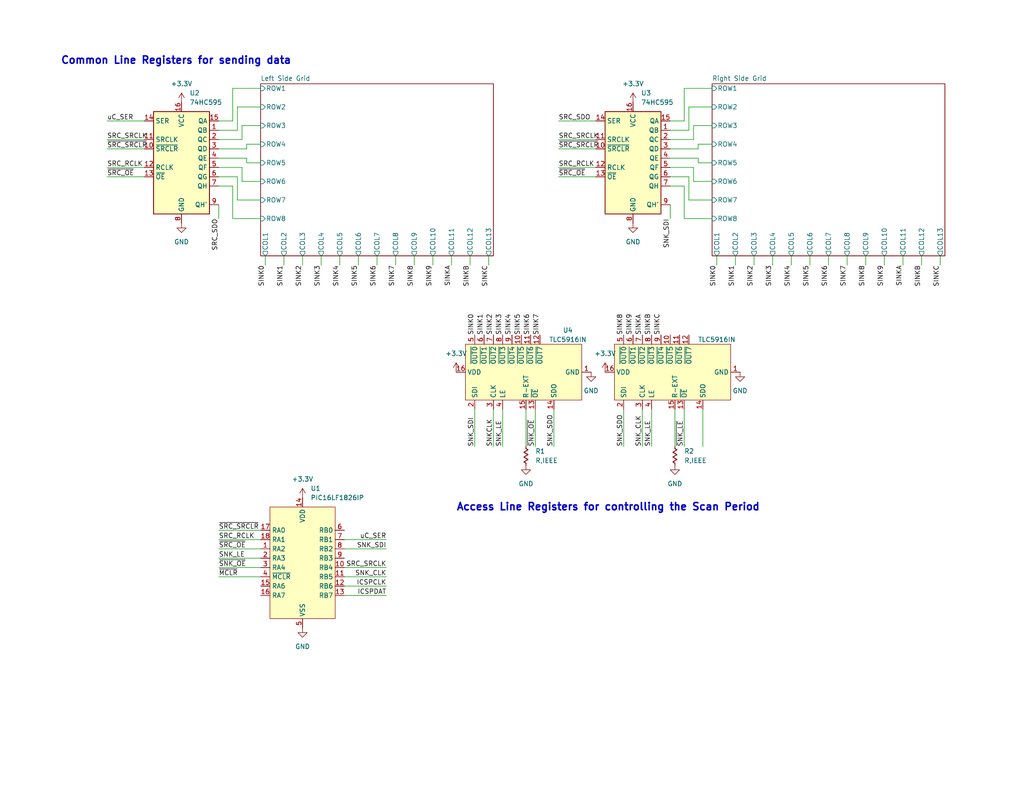
<source format=kicad_sch>
(kicad_sch (version 20230121) (generator eeschema)

  (uuid 3561b66f-c18d-40ce-99f3-6d5063d8913d)

  (paper "A")

  (title_block
    (title "Perf Board Clock")
    (date "10-24-2023")
  )

  (lib_symbols
    (symbol "74xx:74HC595" (in_bom yes) (on_board yes)
      (property "Reference" "U" (at -7.62 13.97 0)
        (effects (font (size 1.27 1.27)))
      )
      (property "Value" "74HC595" (at -7.62 -16.51 0)
        (effects (font (size 1.27 1.27)))
      )
      (property "Footprint" "" (at 0 0 0)
        (effects (font (size 1.27 1.27)) hide)
      )
      (property "Datasheet" "http://www.ti.com/lit/ds/symlink/sn74hc595.pdf" (at 0 0 0)
        (effects (font (size 1.27 1.27)) hide)
      )
      (property "ki_keywords" "HCMOS SR 3State" (at 0 0 0)
        (effects (font (size 1.27 1.27)) hide)
      )
      (property "ki_description" "8-bit serial in/out Shift Register 3-State Outputs" (at 0 0 0)
        (effects (font (size 1.27 1.27)) hide)
      )
      (property "ki_fp_filters" "DIP*W7.62mm* SOIC*3.9x9.9mm*P1.27mm* TSSOP*4.4x5mm*P0.65mm* SOIC*5.3x10.2mm*P1.27mm* SOIC*7.5x10.3mm*P1.27mm*" (at 0 0 0)
        (effects (font (size 1.27 1.27)) hide)
      )
      (symbol "74HC595_1_0"
        (pin tri_state line (at 10.16 7.62 180) (length 2.54)
          (name "QB" (effects (font (size 1.27 1.27))))
          (number "1" (effects (font (size 1.27 1.27))))
        )
        (pin input line (at -10.16 2.54 0) (length 2.54)
          (name "~{SRCLR}" (effects (font (size 1.27 1.27))))
          (number "10" (effects (font (size 1.27 1.27))))
        )
        (pin input line (at -10.16 5.08 0) (length 2.54)
          (name "SRCLK" (effects (font (size 1.27 1.27))))
          (number "11" (effects (font (size 1.27 1.27))))
        )
        (pin input line (at -10.16 -2.54 0) (length 2.54)
          (name "RCLK" (effects (font (size 1.27 1.27))))
          (number "12" (effects (font (size 1.27 1.27))))
        )
        (pin input line (at -10.16 -5.08 0) (length 2.54)
          (name "~{OE}" (effects (font (size 1.27 1.27))))
          (number "13" (effects (font (size 1.27 1.27))))
        )
        (pin input line (at -10.16 10.16 0) (length 2.54)
          (name "SER" (effects (font (size 1.27 1.27))))
          (number "14" (effects (font (size 1.27 1.27))))
        )
        (pin tri_state line (at 10.16 10.16 180) (length 2.54)
          (name "QA" (effects (font (size 1.27 1.27))))
          (number "15" (effects (font (size 1.27 1.27))))
        )
        (pin power_in line (at 0 15.24 270) (length 2.54)
          (name "VCC" (effects (font (size 1.27 1.27))))
          (number "16" (effects (font (size 1.27 1.27))))
        )
        (pin tri_state line (at 10.16 5.08 180) (length 2.54)
          (name "QC" (effects (font (size 1.27 1.27))))
          (number "2" (effects (font (size 1.27 1.27))))
        )
        (pin tri_state line (at 10.16 2.54 180) (length 2.54)
          (name "QD" (effects (font (size 1.27 1.27))))
          (number "3" (effects (font (size 1.27 1.27))))
        )
        (pin tri_state line (at 10.16 0 180) (length 2.54)
          (name "QE" (effects (font (size 1.27 1.27))))
          (number "4" (effects (font (size 1.27 1.27))))
        )
        (pin tri_state line (at 10.16 -2.54 180) (length 2.54)
          (name "QF" (effects (font (size 1.27 1.27))))
          (number "5" (effects (font (size 1.27 1.27))))
        )
        (pin tri_state line (at 10.16 -5.08 180) (length 2.54)
          (name "QG" (effects (font (size 1.27 1.27))))
          (number "6" (effects (font (size 1.27 1.27))))
        )
        (pin tri_state line (at 10.16 -7.62 180) (length 2.54)
          (name "QH" (effects (font (size 1.27 1.27))))
          (number "7" (effects (font (size 1.27 1.27))))
        )
        (pin power_in line (at 0 -17.78 90) (length 2.54)
          (name "GND" (effects (font (size 1.27 1.27))))
          (number "8" (effects (font (size 1.27 1.27))))
        )
        (pin output line (at 10.16 -12.7 180) (length 2.54)
          (name "QH'" (effects (font (size 1.27 1.27))))
          (number "9" (effects (font (size 1.27 1.27))))
        )
      )
      (symbol "74HC595_1_1"
        (rectangle (start -7.62 12.7) (end 7.62 -15.24)
          (stroke (width 0.254) (type default))
          (fill (type background))
        )
      )
    )
    (symbol "PCM_4ms_Power-symbol:GND" (power) (pin_names (offset 0)) (in_bom yes) (on_board yes)
      (property "Reference" "#PWR" (at 0 -6.35 0)
        (effects (font (size 1.27 1.27)) hide)
      )
      (property "Value" "GND" (at 0 -3.81 0)
        (effects (font (size 1.27 1.27)))
      )
      (property "Footprint" "" (at 0 0 0)
        (effects (font (size 1.27 1.27)) hide)
      )
      (property "Datasheet" "" (at 0 0 0)
        (effects (font (size 1.27 1.27)) hide)
      )
      (symbol "GND_0_1"
        (polyline
          (pts
            (xy 0 0)
            (xy 0 -1.27)
            (xy 1.27 -1.27)
            (xy 0 -2.54)
            (xy -1.27 -1.27)
            (xy 0 -1.27)
          )
          (stroke (width 0) (type default))
          (fill (type none))
        )
      )
      (symbol "GND_1_1"
        (pin power_in line (at 0 0 270) (length 0) hide
          (name "GND" (effects (font (size 1.27 1.27))))
          (number "1" (effects (font (size 1.27 1.27))))
        )
      )
    )
    (symbol "PCM_Generic-50:R,IEEE" (pin_numbers hide) (pin_names (offset 0) hide) (in_bom yes) (on_board yes)
      (property "Reference" "R" (at 1.27 1.27 0)
        (effects (font (size 1.27 1.27)) (justify left))
      )
      (property "Value" "R,IEEE" (at 1.27 -1.27 0)
        (effects (font (size 1.27 1.27)) (justify left))
      )
      (property "Footprint" "" (at 0 0 0)
        (effects (font (size 2.54 2.54)) hide)
      )
      (property "Datasheet" "" (at 0 0 0)
        (effects (font (size 2.54 2.54)) hide)
      )
      (property "Indicator" "+" (at -1.27 1.27 0)
        (effects (font (size 0.635 0.635)) hide)
      )
      (property "ki_keywords" "R res resistor IEEE zigzag" (at 0 0 0)
        (effects (font (size 1.27 1.27)) hide)
      )
      (property "ki_description" "resistor (IEEE zigzag)" (at 0 0 0)
        (effects (font (size 1.27 1.27)) hide)
      )
      (symbol "R,IEEE_1_1"
        (polyline
          (pts
            (xy 0 1.9812)
            (xy 0.5588 1.651)
            (xy -0.5588 0.9906)
            (xy 0.5588 0.3302)
            (xy -0.5588 -0.3302)
            (xy 0.5588 -0.9906)
            (xy -0.5588 -1.651)
            (xy 0 -1.9812)
          )
          (stroke (width 0.254) (type default))
          (fill (type none))
        )
        (pin passive line (at 0 2.54 270) (length 0.5588)
          (name "+" (effects (font (size 0.635 0.635))))
          (number "1" (effects (font (size 0.9144 0.9144))))
        )
        (pin passive line (at 0 -2.54 90) (length 0.5588)
          (name "-" (effects (font (size 0.635 0.635))))
          (number "2" (effects (font (size 0.9144 0.9144))))
        )
      )
    )
    (symbol "PIC16LF1826IP:PIC16LF1826IP" (in_bom yes) (on_board yes)
      (property "Reference" "U" (at 13.97 36.83 0)
        (effects (font (size 1.27 1.27)) (justify left))
      )
      (property "Value" "PIC16LF1826IP" (at 13.97 34.29 0)
        (effects (font (size 1.27 1.27)) (justify left))
      )
      (property "Footprint" "Package_DIP:DIP-18_W7.62mm" (at -16.51 -8.89 0)
        (effects (font (size 1.27 1.27)) hide)
      )
      (property "Datasheet" "https://ww1.microchip.com/downloads/en/DeviceDoc/41391D.pdf" (at 0 -11.43 0)
        (effects (font (size 1.27 1.27)) hide)
      )
      (symbol "PIC16LF1826IP_1_1"
        (rectangle (start 0 30.48) (end 17.78 0)
          (stroke (width 0) (type default))
          (fill (type background))
        )
        (pin bidirectional line (at -2.54 19.05 0) (length 2.54)
          (name "RA2" (effects (font (size 1.27 1.27))))
          (number "1" (effects (font (size 1.27 1.27))))
        )
        (pin bidirectional line (at 20.32 13.97 180) (length 2.54)
          (name "RB4" (effects (font (size 1.27 1.27))))
          (number "10" (effects (font (size 1.27 1.27))))
        )
        (pin bidirectional line (at 20.32 11.43 180) (length 2.54)
          (name "RB5" (effects (font (size 1.27 1.27))))
          (number "11" (effects (font (size 1.27 1.27))))
        )
        (pin bidirectional line (at 20.32 8.89 180) (length 2.54)
          (name "RB6" (effects (font (size 1.27 1.27))))
          (number "12" (effects (font (size 1.27 1.27))))
        )
        (pin bidirectional line (at 20.32 6.35 180) (length 2.54)
          (name "RB7" (effects (font (size 1.27 1.27))))
          (number "13" (effects (font (size 1.27 1.27))))
        )
        (pin input line (at 8.89 33.02 270) (length 2.54)
          (name "VDD" (effects (font (size 1.27 1.27))))
          (number "14" (effects (font (size 1.27 1.27))))
        )
        (pin bidirectional line (at -2.54 8.89 0) (length 2.54)
          (name "RA6" (effects (font (size 1.27 1.27))))
          (number "15" (effects (font (size 1.27 1.27))))
        )
        (pin bidirectional line (at -2.54 6.35 0) (length 2.54)
          (name "RA7" (effects (font (size 1.27 1.27))))
          (number "16" (effects (font (size 1.27 1.27))))
        )
        (pin bidirectional line (at -2.54 24.13 0) (length 2.54)
          (name "RA0" (effects (font (size 1.27 1.27))))
          (number "17" (effects (font (size 1.27 1.27))))
        )
        (pin bidirectional line (at -2.54 21.59 0) (length 2.54)
          (name "RA1" (effects (font (size 1.27 1.27))))
          (number "18" (effects (font (size 1.27 1.27))))
        )
        (pin bidirectional line (at -2.54 16.51 0) (length 2.54)
          (name "RA3" (effects (font (size 1.27 1.27))))
          (number "2" (effects (font (size 1.27 1.27))))
        )
        (pin bidirectional line (at -2.54 13.97 0) (length 2.54)
          (name "RA4" (effects (font (size 1.27 1.27))))
          (number "3" (effects (font (size 1.27 1.27))))
        )
        (pin bidirectional line (at -2.54 11.43 0) (length 2.54)
          (name "~{MCLR}" (effects (font (size 1.27 1.27))))
          (number "4" (effects (font (size 1.27 1.27))))
        )
        (pin input line (at 8.89 -2.54 90) (length 2.54)
          (name "VSS" (effects (font (size 1.27 1.27))))
          (number "5" (effects (font (size 1.27 1.27))))
        )
        (pin bidirectional line (at 20.32 24.13 180) (length 2.54)
          (name "RB0" (effects (font (size 1.27 1.27))))
          (number "6" (effects (font (size 1.27 1.27))))
        )
        (pin bidirectional line (at 20.32 21.59 180) (length 2.54)
          (name "RB1" (effects (font (size 1.27 1.27))))
          (number "7" (effects (font (size 1.27 1.27))))
        )
        (pin bidirectional line (at 20.32 19.05 180) (length 2.54)
          (name "RB2" (effects (font (size 1.27 1.27))))
          (number "8" (effects (font (size 1.27 1.27))))
        )
        (pin bidirectional line (at 20.32 16.51 180) (length 2.54)
          (name "RB3" (effects (font (size 1.27 1.27))))
          (number "9" (effects (font (size 1.27 1.27))))
        )
      )
    )
    (symbol "TLC5916IN:TLC5916IN" (in_bom yes) (on_board yes)
      (property "Reference" "U" (at 10.16 17.78 0)
        (effects (font (size 1.27 1.27)) (justify left))
      )
      (property "Value" "TLC5916IN" (at 10.16 15.24 0)
        (effects (font (size 1.27 1.27)) (justify left))
      )
      (property "Footprint" "Package_DIP:DIP-16_W7.62mm" (at -44.45 -20.32 0)
        (effects (font (size 1.27 1.27)) hide)
      )
      (property "Datasheet" "https://www.ti.com/lit/ds/symlink/tlc5916.pdf?HQS=dis-dk-null-digikeymode-dsf-pf-null-wwe&ts=1697344230079&ref_url=https%253A%252F%252Fwww.ti.com%252Fgeneral%252Fdocs%252Fsuppproductinfo.tsp%253FdistId%253D10%2526gotoUrl%253Dhttps%253A%252F%252Fwww.ti.com%252Flit%252Fgpn%252Ftlc5916" (at 7.62 -29.21 0)
        (effects (font (size 1.27 1.27)) hide)
      )
      (property "ki_description" "8-bit sink LED driver. " (at 0 0 0)
        (effects (font (size 1.27 1.27)) hide)
      )
      (symbol "TLC5916IN_1_1"
        (rectangle (start 0 12.7) (end 15.24 -19.05)
          (stroke (width 0) (type default))
          (fill (type background))
        )
        (pin input line (at 7.62 -21.59 90) (length 2.54)
          (name "GND" (effects (font (size 1.27 1.27))))
          (number "1" (effects (font (size 1.27 1.27))))
        )
        (pin input line (at 17.78 -2.54 180) (length 2.54)
          (name "~{OUT5}" (effects (font (size 1.27 1.27))))
          (number "10" (effects (font (size 1.27 1.27))))
        )
        (pin input line (at 17.78 -5.08 180) (length 2.54)
          (name "~{OUT6}" (effects (font (size 1.27 1.27))))
          (number "11" (effects (font (size 1.27 1.27))))
        )
        (pin input line (at 17.78 -7.62 180) (length 2.54)
          (name "~{OUT7}" (effects (font (size 1.27 1.27))))
          (number "12" (effects (font (size 1.27 1.27))))
        )
        (pin input line (at -2.54 -6.35 0) (length 2.54)
          (name "~{OE}" (effects (font (size 1.27 1.27))))
          (number "13" (effects (font (size 1.27 1.27))))
        )
        (pin input line (at -2.54 -11.43 0) (length 2.54)
          (name "SDO" (effects (font (size 1.27 1.27))))
          (number "14" (effects (font (size 1.27 1.27))))
        )
        (pin input line (at -2.54 -3.81 0) (length 2.54)
          (name "R-EXT" (effects (font (size 1.27 1.27))))
          (number "15" (effects (font (size 1.27 1.27))))
        )
        (pin input line (at 7.62 15.24 270) (length 2.54)
          (name "VDD" (effects (font (size 1.27 1.27))))
          (number "16" (effects (font (size 1.27 1.27))))
        )
        (pin input line (at -2.54 10.16 0) (length 2.54)
          (name "SDI" (effects (font (size 1.27 1.27))))
          (number "2" (effects (font (size 1.27 1.27))))
        )
        (pin input line (at -2.54 5.08 0) (length 2.54)
          (name "CLK" (effects (font (size 1.27 1.27))))
          (number "3" (effects (font (size 1.27 1.27))))
        )
        (pin input line (at -2.54 2.54 0) (length 2.54)
          (name "LE" (effects (font (size 1.27 1.27))))
          (number "4" (effects (font (size 1.27 1.27))))
        )
        (pin input line (at 17.78 10.16 180) (length 2.54)
          (name "~{OUT0}" (effects (font (size 1.27 1.27))))
          (number "5" (effects (font (size 1.27 1.27))))
        )
        (pin input line (at 17.78 7.62 180) (length 2.54)
          (name "~{OUT1}" (effects (font (size 1.27 1.27))))
          (number "6" (effects (font (size 1.27 1.27))))
        )
        (pin input line (at 17.78 5.08 180) (length 2.54)
          (name "~{OUT2}" (effects (font (size 1.27 1.27))))
          (number "7" (effects (font (size 1.27 1.27))))
        )
        (pin input line (at 17.78 2.54 180) (length 2.54)
          (name "~{OUT3}" (effects (font (size 1.27 1.27))))
          (number "8" (effects (font (size 1.27 1.27))))
        )
        (pin input line (at 17.78 0 180) (length 2.54)
          (name "~{OUT4}" (effects (font (size 1.27 1.27))))
          (number "9" (effects (font (size 1.27 1.27))))
        )
      )
    )
    (symbol "power:+3.3V" (power) (pin_names (offset 0)) (in_bom yes) (on_board yes)
      (property "Reference" "#PWR" (at 0 -3.81 0)
        (effects (font (size 1.27 1.27)) hide)
      )
      (property "Value" "+3.3V" (at 0 3.556 0)
        (effects (font (size 1.27 1.27)))
      )
      (property "Footprint" "" (at 0 0 0)
        (effects (font (size 1.27 1.27)) hide)
      )
      (property "Datasheet" "" (at 0 0 0)
        (effects (font (size 1.27 1.27)) hide)
      )
      (property "ki_keywords" "global power" (at 0 0 0)
        (effects (font (size 1.27 1.27)) hide)
      )
      (property "ki_description" "Power symbol creates a global label with name \"+3.3V\"" (at 0 0 0)
        (effects (font (size 1.27 1.27)) hide)
      )
      (symbol "+3.3V_0_1"
        (polyline
          (pts
            (xy -0.762 1.27)
            (xy 0 2.54)
          )
          (stroke (width 0) (type default))
          (fill (type none))
        )
        (polyline
          (pts
            (xy 0 0)
            (xy 0 2.54)
          )
          (stroke (width 0) (type default))
          (fill (type none))
        )
        (polyline
          (pts
            (xy 0 2.54)
            (xy 0.762 1.27)
          )
          (stroke (width 0) (type default))
          (fill (type none))
        )
      )
      (symbol "+3.3V_1_1"
        (pin power_in line (at 0 0 90) (length 0) hide
          (name "+3.3V" (effects (font (size 1.27 1.27))))
          (number "1" (effects (font (size 1.27 1.27))))
        )
      )
    )
  )


  (wire (pts (xy 152.4 38.1) (xy 162.56 38.1))
    (stroke (width 0) (type default))
    (uuid 00b3210c-5a5f-4bc3-b3d1-f31c5722f352)
  )
  (wire (pts (xy 102.87 69.85) (xy 102.87 72.39))
    (stroke (width 0) (type default))
    (uuid 0483f3a7-5c4b-4b4e-a9f4-d990cdd7cf19)
  )
  (wire (pts (xy 63.5 24.13) (xy 71.12 24.13))
    (stroke (width 0) (type default))
    (uuid 05990c71-9564-44b3-81d4-0e623770bc7d)
  )
  (wire (pts (xy 175.26 111.76) (xy 175.26 121.92))
    (stroke (width 0) (type default))
    (uuid 05cfd799-669f-4681-a467-15b210b2d76a)
  )
  (wire (pts (xy 182.88 48.26) (xy 187.96 48.26))
    (stroke (width 0) (type default))
    (uuid 06144d69-5336-41d1-aa31-360d7ce33a05)
  )
  (wire (pts (xy 189.23 38.1) (xy 189.23 34.29))
    (stroke (width 0) (type default))
    (uuid 07300497-cd2b-463f-ad42-5ae1f880e66b)
  )
  (wire (pts (xy 182.88 45.72) (xy 189.23 45.72))
    (stroke (width 0) (type default))
    (uuid 0907990f-c8f7-4941-99cd-0128377bbbf4)
  )
  (wire (pts (xy 67.31 43.18) (xy 67.31 44.45))
    (stroke (width 0) (type default))
    (uuid 0b1f8fc0-d33d-417b-9376-67465fdee395)
  )
  (wire (pts (xy 64.77 54.61) (xy 71.12 54.61))
    (stroke (width 0) (type default))
    (uuid 0efec31c-bc0a-428c-bbc3-676f6014af03)
  )
  (wire (pts (xy 152.4 40.64) (xy 162.56 40.64))
    (stroke (width 0) (type default))
    (uuid 113f2c11-7013-41e2-89e0-ab4b55c130d6)
  )
  (wire (pts (xy 191.77 111.76) (xy 191.77 121.92))
    (stroke (width 0) (type default))
    (uuid 1452c20d-8c43-4a92-bcf8-c87c50f28643)
  )
  (wire (pts (xy 210.82 69.85) (xy 210.82 72.39))
    (stroke (width 0) (type default))
    (uuid 15501e60-736a-4304-90eb-ec1248ea6dd3)
  )
  (wire (pts (xy 29.21 38.1) (xy 39.37 38.1))
    (stroke (width 0) (type default))
    (uuid 1f75f04b-6c6c-4d6c-9940-29112aa6e51b)
  )
  (wire (pts (xy 63.5 33.02) (xy 63.5 24.13))
    (stroke (width 0) (type default))
    (uuid 25f7c348-e965-4e4c-9278-de2527bf4b83)
  )
  (wire (pts (xy 93.98 160.02) (xy 105.41 160.02))
    (stroke (width 0) (type default))
    (uuid 26b96d5e-4ed1-4885-8136-60bbcdc64ffa)
  )
  (wire (pts (xy 67.31 44.45) (xy 71.12 44.45))
    (stroke (width 0) (type default))
    (uuid 2d40cf20-67ac-43e7-aa3e-dcdd72ba3e94)
  )
  (wire (pts (xy 93.98 157.48) (xy 105.41 157.48))
    (stroke (width 0) (type default))
    (uuid 2d85130f-cefe-49d7-a647-377925d936a1)
  )
  (wire (pts (xy 152.4 45.72) (xy 162.56 45.72))
    (stroke (width 0) (type default))
    (uuid 2f1a3cab-2db4-47d8-835a-cff0462c83b6)
  )
  (wire (pts (xy 215.9 69.85) (xy 215.9 72.39))
    (stroke (width 0) (type default))
    (uuid 2f38909e-93d5-4640-9d75-1541e04aaadd)
  )
  (wire (pts (xy 87.63 69.85) (xy 87.63 72.39))
    (stroke (width 0) (type default))
    (uuid 3417e0e0-fd11-4964-aa57-2dc5a9b85d63)
  )
  (wire (pts (xy 59.69 152.4) (xy 71.12 152.4))
    (stroke (width 0) (type default))
    (uuid 34b1d47c-c216-45a5-b297-af505b5ff047)
  )
  (wire (pts (xy 118.11 69.85) (xy 118.11 72.39))
    (stroke (width 0) (type default))
    (uuid 353cc203-2c8b-48a6-b6de-f0628308d186)
  )
  (wire (pts (xy 59.69 40.64) (xy 67.31 40.64))
    (stroke (width 0) (type default))
    (uuid 37b5ba93-90d3-4cd9-94d4-5372d0c87a47)
  )
  (wire (pts (xy 59.69 59.69) (xy 59.69 55.88))
    (stroke (width 0) (type default))
    (uuid 3895b24f-4b9b-44ca-80dc-9abc2be33a6a)
  )
  (wire (pts (xy 187.96 29.21) (xy 194.31 29.21))
    (stroke (width 0) (type default))
    (uuid 3bfac2ee-7fa4-4993-8e36-caec00406b27)
  )
  (wire (pts (xy 236.22 69.85) (xy 236.22 72.39))
    (stroke (width 0) (type default))
    (uuid 3dc82525-4053-4252-831e-39e27512e970)
  )
  (wire (pts (xy 177.8 111.76) (xy 177.8 121.92))
    (stroke (width 0) (type default))
    (uuid 3e10f170-cb78-4020-a2ba-cb62899a7af6)
  )
  (wire (pts (xy 170.18 111.76) (xy 170.18 121.92))
    (stroke (width 0) (type default))
    (uuid 427befa3-16b6-4189-aa56-357ed2853e16)
  )
  (wire (pts (xy 129.54 111.76) (xy 129.54 121.92))
    (stroke (width 0) (type default))
    (uuid 494abfa5-49d5-485d-bb4b-65961db2ccf9)
  )
  (wire (pts (xy 93.98 162.56) (xy 105.41 162.56))
    (stroke (width 0) (type default))
    (uuid 4ca4afae-f057-416a-9a1e-63a0d6977b94)
  )
  (wire (pts (xy 123.19 69.85) (xy 123.19 72.39))
    (stroke (width 0) (type default))
    (uuid 4db2095e-ea63-41fb-872a-e3377e6f59de)
  )
  (wire (pts (xy 187.96 48.26) (xy 187.96 54.61))
    (stroke (width 0) (type default))
    (uuid 4dc1ed52-b7c9-4b56-98ef-4aeb444885e9)
  )
  (wire (pts (xy 134.62 111.76) (xy 134.62 121.92))
    (stroke (width 0) (type default))
    (uuid 4fa74123-2e58-49a2-837a-801363e49cc4)
  )
  (wire (pts (xy 66.04 34.29) (xy 71.12 34.29))
    (stroke (width 0) (type default))
    (uuid 54e613d1-b4a4-411a-aa60-04ab2ca5d60a)
  )
  (wire (pts (xy 59.69 50.8) (xy 63.5 50.8))
    (stroke (width 0) (type default))
    (uuid 58ad7e15-0efe-48b3-b44a-b1e21910dbe2)
  )
  (wire (pts (xy 59.69 45.72) (xy 66.04 45.72))
    (stroke (width 0) (type default))
    (uuid 592c951a-c532-4151-8f68-05e58ae6eb77)
  )
  (wire (pts (xy 29.21 45.72) (xy 39.37 45.72))
    (stroke (width 0) (type default))
    (uuid 5b15d8ba-6e7b-43d0-bbfc-541b8c68aa9e)
  )
  (wire (pts (xy 182.88 40.64) (xy 190.5 40.64))
    (stroke (width 0) (type default))
    (uuid 5b3a0622-98a3-423b-973c-d0426c1cc3f6)
  )
  (wire (pts (xy 64.77 35.56) (xy 64.77 29.21))
    (stroke (width 0) (type default))
    (uuid 5b3c78dd-5ba1-4159-bd4f-44bec4dfb6b5)
  )
  (wire (pts (xy 59.69 154.94) (xy 71.12 154.94))
    (stroke (width 0) (type default))
    (uuid 5baf5469-25e6-4980-b5cb-e9221f575a56)
  )
  (wire (pts (xy 182.88 33.02) (xy 186.69 33.02))
    (stroke (width 0) (type default))
    (uuid 5bb62aaa-c4df-4662-8d79-789777c1bfa1)
  )
  (wire (pts (xy 152.4 33.02) (xy 162.56 33.02))
    (stroke (width 0) (type default))
    (uuid 5e0f327a-1cba-412c-91b5-ff0da99af6b1)
  )
  (wire (pts (xy 66.04 38.1) (xy 66.04 34.29))
    (stroke (width 0) (type default))
    (uuid 5edeb9a8-4c11-4748-937d-b7a9e33b18e4)
  )
  (wire (pts (xy 195.58 69.85) (xy 195.58 72.39))
    (stroke (width 0) (type default))
    (uuid 6101be83-5d52-42b6-b3a1-cd37a5a1ac0a)
  )
  (wire (pts (xy 59.69 33.02) (xy 63.5 33.02))
    (stroke (width 0) (type default))
    (uuid 63b0b09b-4ac9-4f3b-9838-4d2b9921cd60)
  )
  (wire (pts (xy 59.69 48.26) (xy 64.77 48.26))
    (stroke (width 0) (type default))
    (uuid 64d94c40-4f73-4f15-9491-365c5e7939b8)
  )
  (wire (pts (xy 182.88 59.69) (xy 182.88 55.88))
    (stroke (width 0) (type default))
    (uuid 699eb219-ff55-462b-8b72-bfa1771711b1)
  )
  (wire (pts (xy 251.46 69.85) (xy 251.46 72.39))
    (stroke (width 0) (type default))
    (uuid 6dd478ad-85ac-4a14-9238-4ed59f698d2c)
  )
  (wire (pts (xy 64.77 29.21) (xy 71.12 29.21))
    (stroke (width 0) (type default))
    (uuid 708286db-146f-441c-aa79-bc8465d30fe8)
  )
  (wire (pts (xy 187.96 35.56) (xy 187.96 29.21))
    (stroke (width 0) (type default))
    (uuid 7099fb3f-7c82-432e-af2a-d6528622be3a)
  )
  (wire (pts (xy 186.69 50.8) (xy 186.69 59.69))
    (stroke (width 0) (type default))
    (uuid 72cd8a8e-e92b-4f32-adc0-5c3e32890b20)
  )
  (wire (pts (xy 93.98 147.32) (xy 105.41 147.32))
    (stroke (width 0) (type default))
    (uuid 7546b109-3c06-4c86-ab72-edfe1b706f0b)
  )
  (wire (pts (xy 182.88 35.56) (xy 187.96 35.56))
    (stroke (width 0) (type default))
    (uuid 76492990-d0a9-40be-a606-7b4e4f810bf6)
  )
  (wire (pts (xy 189.23 34.29) (xy 194.31 34.29))
    (stroke (width 0) (type default))
    (uuid 77e4cfef-8b22-4a67-92b9-304706bb3439)
  )
  (wire (pts (xy 29.21 33.02) (xy 39.37 33.02))
    (stroke (width 0) (type default))
    (uuid 78a32669-846f-4361-ae10-89f66d59c50d)
  )
  (wire (pts (xy 93.98 154.94) (xy 105.41 154.94))
    (stroke (width 0) (type default))
    (uuid 79047e30-6ab3-400b-b71c-2377cdadbfa7)
  )
  (wire (pts (xy 184.15 111.76) (xy 184.15 121.92))
    (stroke (width 0) (type default))
    (uuid 792f8b10-48fa-4e90-a022-178e8b03b63c)
  )
  (wire (pts (xy 93.98 149.86) (xy 105.41 149.86))
    (stroke (width 0) (type default))
    (uuid 80ddeb7d-422c-4e8c-8311-cc2197a9eff6)
  )
  (wire (pts (xy 186.69 24.13) (xy 194.31 24.13))
    (stroke (width 0) (type default))
    (uuid 82163e61-1afe-45ad-bbc4-87affdd3de78)
  )
  (wire (pts (xy 146.05 111.76) (xy 146.05 121.92))
    (stroke (width 0) (type default))
    (uuid 839ce894-ee8d-426a-af19-626b13ffbe49)
  )
  (wire (pts (xy 59.69 147.32) (xy 71.12 147.32))
    (stroke (width 0) (type default))
    (uuid 8490c4fb-5d59-4d07-89b1-c5320252bb0b)
  )
  (wire (pts (xy 113.03 69.85) (xy 113.03 72.39))
    (stroke (width 0) (type default))
    (uuid 84bcf37e-3557-411d-8afb-1ab9b5c5ceb7)
  )
  (wire (pts (xy 186.69 59.69) (xy 194.31 59.69))
    (stroke (width 0) (type default))
    (uuid 8ab11ce9-0bd0-4c51-b647-380eae97d4db)
  )
  (wire (pts (xy 59.69 43.18) (xy 67.31 43.18))
    (stroke (width 0) (type default))
    (uuid 8aca285f-9878-49a4-a02d-e68f652446ff)
  )
  (wire (pts (xy 200.66 69.85) (xy 200.66 72.39))
    (stroke (width 0) (type default))
    (uuid 8caa3892-05d5-4e18-bbbd-f692e3a930c2)
  )
  (wire (pts (xy 143.51 111.76) (xy 143.51 121.92))
    (stroke (width 0) (type default))
    (uuid 8ef198dc-aa7d-444b-9c5f-bc83a1e9f9d0)
  )
  (wire (pts (xy 189.23 45.72) (xy 189.23 49.53))
    (stroke (width 0) (type default))
    (uuid 8ef682ab-d056-41f4-9ee3-f2d41b4fad20)
  )
  (wire (pts (xy 67.31 39.37) (xy 71.12 39.37))
    (stroke (width 0) (type default))
    (uuid 92f728f3-6e65-425e-92f6-5da077b46935)
  )
  (wire (pts (xy 186.69 111.76) (xy 186.69 121.92))
    (stroke (width 0) (type default))
    (uuid 9ceabdb2-45c3-4b15-9e59-9f6d0c952f9a)
  )
  (wire (pts (xy 137.16 111.76) (xy 137.16 121.92))
    (stroke (width 0) (type default))
    (uuid 9d96fa8e-b919-470f-9b33-0350f2b69257)
  )
  (wire (pts (xy 182.88 50.8) (xy 186.69 50.8))
    (stroke (width 0) (type default))
    (uuid a6f22e93-849f-415f-bae8-84d610969221)
  )
  (wire (pts (xy 246.38 69.85) (xy 246.38 72.39))
    (stroke (width 0) (type default))
    (uuid af49bd10-4fa3-4b22-983b-4e81c880f099)
  )
  (wire (pts (xy 182.88 43.18) (xy 190.5 43.18))
    (stroke (width 0) (type default))
    (uuid b07da580-a964-400c-b927-0ab59a6f8125)
  )
  (wire (pts (xy 29.21 40.64) (xy 39.37 40.64))
    (stroke (width 0) (type default))
    (uuid b23b8c0a-7042-4b96-b0bd-8ae87a7034da)
  )
  (wire (pts (xy 59.69 157.48) (xy 71.12 157.48))
    (stroke (width 0) (type default))
    (uuid b49a1dc7-41fc-43d3-b2c9-8b9689262dd2)
  )
  (wire (pts (xy 241.3 69.85) (xy 241.3 72.39))
    (stroke (width 0) (type default))
    (uuid b55e0f7f-7204-4353-b8f5-d57a4ab5f6d6)
  )
  (wire (pts (xy 82.55 69.85) (xy 82.55 72.39))
    (stroke (width 0) (type default))
    (uuid b6a6d5ff-9c61-49ed-99a6-c8c93055c18c)
  )
  (wire (pts (xy 151.13 111.76) (xy 151.13 121.92))
    (stroke (width 0) (type default))
    (uuid b785be30-2b65-44b0-8e4e-838219189fc0)
  )
  (wire (pts (xy 63.5 50.8) (xy 63.5 59.69))
    (stroke (width 0) (type default))
    (uuid b889a7c0-19f1-41af-b769-76333e86cff5)
  )
  (wire (pts (xy 190.5 43.18) (xy 190.5 44.45))
    (stroke (width 0) (type default))
    (uuid bcebfb12-ed40-4115-b42c-4367b052995c)
  )
  (wire (pts (xy 29.21 48.26) (xy 39.37 48.26))
    (stroke (width 0) (type default))
    (uuid c3ff99cb-ab07-438e-bd25-83839390e618)
  )
  (wire (pts (xy 205.74 69.85) (xy 205.74 72.39))
    (stroke (width 0) (type default))
    (uuid c56768df-6097-4a3a-ad7a-6ce16a1f0d25)
  )
  (wire (pts (xy 190.5 40.64) (xy 190.5 39.37))
    (stroke (width 0) (type default))
    (uuid c6555c22-58f7-4113-b181-7006f5d06160)
  )
  (wire (pts (xy 92.71 69.85) (xy 92.71 72.39))
    (stroke (width 0) (type default))
    (uuid c804a9ef-653e-4abc-99d8-68595eca7ff8)
  )
  (wire (pts (xy 67.31 40.64) (xy 67.31 39.37))
    (stroke (width 0) (type default))
    (uuid c9abad9a-864a-474d-8fe2-487abaa7206d)
  )
  (wire (pts (xy 59.69 144.78) (xy 71.12 144.78))
    (stroke (width 0) (type default))
    (uuid cbe556da-18bc-4896-be33-d94758fc8e42)
  )
  (wire (pts (xy 187.96 54.61) (xy 194.31 54.61))
    (stroke (width 0) (type default))
    (uuid cc3a6c01-1065-4378-9ca6-a72339ddb774)
  )
  (wire (pts (xy 97.79 69.85) (xy 97.79 72.39))
    (stroke (width 0) (type default))
    (uuid ccb43de2-cd79-405e-94cc-79907ca4151a)
  )
  (wire (pts (xy 63.5 59.69) (xy 71.12 59.69))
    (stroke (width 0) (type default))
    (uuid cd800e5a-5b91-462b-a4ff-031079bbcd06)
  )
  (wire (pts (xy 256.54 69.85) (xy 256.54 72.39))
    (stroke (width 0) (type default))
    (uuid cf960136-ca88-4e63-9657-958efbfbae83)
  )
  (wire (pts (xy 186.69 33.02) (xy 186.69 24.13))
    (stroke (width 0) (type default))
    (uuid d0299a64-cc60-442e-910b-7dcf18dafba4)
  )
  (wire (pts (xy 59.69 35.56) (xy 64.77 35.56))
    (stroke (width 0) (type default))
    (uuid d106b45a-ec3b-415f-a0a5-d7a86348ecbc)
  )
  (wire (pts (xy 133.35 69.85) (xy 133.35 72.39))
    (stroke (width 0) (type default))
    (uuid d25e7d85-9b75-4756-8d3f-76f7cedb61e1)
  )
  (wire (pts (xy 59.69 38.1) (xy 66.04 38.1))
    (stroke (width 0) (type default))
    (uuid d3e6932e-2a65-45f8-95e1-0e7bf0756fee)
  )
  (wire (pts (xy 226.06 69.85) (xy 226.06 72.39))
    (stroke (width 0) (type default))
    (uuid d40bac7e-daa3-46f6-b71e-1e59bafed4cc)
  )
  (wire (pts (xy 77.47 69.85) (xy 77.47 72.39))
    (stroke (width 0) (type default))
    (uuid d65787eb-90ca-4274-8778-d114a7d1ac14)
  )
  (wire (pts (xy 128.27 69.85) (xy 128.27 72.39))
    (stroke (width 0) (type default))
    (uuid d805422d-99f5-4eeb-ab33-78a30f0cf463)
  )
  (wire (pts (xy 64.77 48.26) (xy 64.77 54.61))
    (stroke (width 0) (type default))
    (uuid dc9ae56d-7025-4398-8369-786444ea3c34)
  )
  (wire (pts (xy 66.04 49.53) (xy 71.12 49.53))
    (stroke (width 0) (type default))
    (uuid df3c294c-8eea-407e-983f-e024461086fc)
  )
  (wire (pts (xy 190.5 44.45) (xy 194.31 44.45))
    (stroke (width 0) (type default))
    (uuid e2be41f6-5320-403e-b1ac-ebc1305cac81)
  )
  (wire (pts (xy 152.4 48.26) (xy 162.56 48.26))
    (stroke (width 0) (type default))
    (uuid e32d0d82-3ac1-45f8-b366-a51835d0a001)
  )
  (wire (pts (xy 59.69 149.86) (xy 71.12 149.86))
    (stroke (width 0) (type default))
    (uuid e8791c7c-f1f6-4250-8592-6410cff97626)
  )
  (wire (pts (xy 182.88 38.1) (xy 189.23 38.1))
    (stroke (width 0) (type default))
    (uuid ecc98378-c8ad-444c-96f9-023b2d9bacd8)
  )
  (wire (pts (xy 220.98 69.85) (xy 220.98 72.39))
    (stroke (width 0) (type default))
    (uuid ed499fc3-8ddd-42c7-858e-cf9c57d4f0b7)
  )
  (wire (pts (xy 190.5 39.37) (xy 194.31 39.37))
    (stroke (width 0) (type default))
    (uuid ef1a3de6-940f-46b4-918c-90292aa80b33)
  )
  (wire (pts (xy 72.39 69.85) (xy 72.39 72.39))
    (stroke (width 0) (type default))
    (uuid f0e06396-dcdd-4bd0-8c58-52a7d28d75fd)
  )
  (wire (pts (xy 231.14 69.85) (xy 231.14 72.39))
    (stroke (width 0) (type default))
    (uuid f1cc3271-787b-4fa8-89f1-8180026fc152)
  )
  (wire (pts (xy 189.23 49.53) (xy 194.31 49.53))
    (stroke (width 0) (type default))
    (uuid f5616615-f339-4f85-8a47-a129edfbe0c4)
  )
  (wire (pts (xy 66.04 45.72) (xy 66.04 49.53))
    (stroke (width 0) (type default))
    (uuid f9b1d686-9181-4d00-8396-314d597ed0b3)
  )
  (wire (pts (xy 107.95 69.85) (xy 107.95 72.39))
    (stroke (width 0) (type default))
    (uuid faad166d-f259-47b7-a71d-57f189c91ce1)
  )

  (text "Common Line Registers for sending data" (at 16.51 17.78 0)
    (effects (font (size 2 2) (thickness 0.4) bold) (justify left bottom))
    (uuid 1bcfd6ec-a0ba-4034-afa1-c457619e67c0)
  )
  (text "Access Line Registers for controlling the Scan Period"
    (at 124.46 139.7 0)
    (effects (font (size 2 2) (thickness 0.4) bold) (justify left bottom))
    (uuid a06c1181-6508-49ef-b20e-f0a51646e413)
  )

  (label "SNK_SDO" (at 170.18 121.92 90) (fields_autoplaced)
    (effects (font (size 1.27 1.27)) (justify left bottom))
    (uuid 07590e68-a041-43c9-8987-0c9ceb192e64)
  )
  (label "~{SNK_LE}" (at 186.69 121.92 90) (fields_autoplaced)
    (effects (font (size 1.27 1.27)) (justify left bottom))
    (uuid 0885c86b-38c5-4733-a05c-8e80ce28d493)
  )
  (label "SINK9" (at 241.3 72.39 270) (fields_autoplaced)
    (effects (font (size 1.27 1.27)) (justify right bottom))
    (uuid 09915d23-eeaf-46d6-bce0-f74704e48a4a)
  )
  (label "SINK1" (at 132.08 91.44 90) (fields_autoplaced)
    (effects (font (size 1.27 1.27)) (justify left bottom))
    (uuid 0ad9fb01-f3f2-46bf-8561-da86ed199622)
  )
  (label "SINK1" (at 77.47 72.39 270) (fields_autoplaced)
    (effects (font (size 1.27 1.27)) (justify right bottom))
    (uuid 11aed21b-ae3b-491a-98bf-8bb31eebbb66)
  )
  (label "SNK_SDI" (at 105.41 149.86 180) (fields_autoplaced)
    (effects (font (size 1.27 1.27)) (justify right bottom))
    (uuid 1483a7cf-f484-4b5c-bfa3-dd91cd70cdbd)
  )
  (label "SINK2" (at 205.74 72.39 270) (fields_autoplaced)
    (effects (font (size 1.27 1.27)) (justify right bottom))
    (uuid 15d23210-f6f0-4688-90d5-07683a10f868)
  )
  (label "SNKCLK" (at 134.62 121.92 90) (fields_autoplaced)
    (effects (font (size 1.27 1.27)) (justify left bottom))
    (uuid 1e23bbb3-82f4-4d6e-a1eb-c4001e3a7d84)
  )
  (label "SINK4" (at 215.9 72.39 270) (fields_autoplaced)
    (effects (font (size 1.27 1.27)) (justify right bottom))
    (uuid 2567715f-082c-40c8-9d0c-6ffdde4940ff)
  )
  (label "SRC_SDO" (at 59.69 59.69 270) (fields_autoplaced)
    (effects (font (size 1.27 1.27)) (justify right bottom))
    (uuid 26f481f6-dddb-41f9-9c7a-9fd31ef540f7)
  )
  (label "ICSPDAT" (at 105.41 162.56 180) (fields_autoplaced)
    (effects (font (size 1.27 1.27)) (justify right bottom))
    (uuid 27afb64b-fd79-4019-bcbc-537e50885e22)
  )
  (label "SINK7" (at 231.14 72.39 270) (fields_autoplaced)
    (effects (font (size 1.27 1.27)) (justify right bottom))
    (uuid 314f3885-f17d-46ba-a611-f95043a7d62e)
  )
  (label "SRC_RCLK" (at 59.69 147.32 0) (fields_autoplaced)
    (effects (font (size 1.27 1.27)) (justify left bottom))
    (uuid 321690d6-5525-4484-8319-cc80d7ca96e7)
  )
  (label "SINKC" (at 133.35 72.39 270) (fields_autoplaced)
    (effects (font (size 1.27 1.27)) (justify right bottom))
    (uuid 351c46b0-3986-44ee-8c42-595482ff596f)
  )
  (label "SINK0" (at 195.58 72.39 270) (fields_autoplaced)
    (effects (font (size 1.27 1.27)) (justify right bottom))
    (uuid 4c7a5753-e028-46e2-83ea-76f672b74bb7)
  )
  (label "SINK6" (at 226.06 72.39 270) (fields_autoplaced)
    (effects (font (size 1.27 1.27)) (justify right bottom))
    (uuid 4dcca50b-0a92-4714-b5b0-36f728fc0e27)
  )
  (label "SINKB" (at 128.27 72.39 270) (fields_autoplaced)
    (effects (font (size 1.27 1.27)) (justify right bottom))
    (uuid 50962980-cc2f-4183-b259-967981c63414)
  )
  (label "SINK2" (at 134.62 91.44 90) (fields_autoplaced)
    (effects (font (size 1.27 1.27)) (justify left bottom))
    (uuid 5842054b-57d9-4aac-a5ae-8c2b7c5793e4)
  )
  (label "SNK_LE" (at 59.69 152.4 0) (fields_autoplaced)
    (effects (font (size 1.27 1.27)) (justify left bottom))
    (uuid 5a7caabd-5334-4adb-96b8-a182cd7a8f58)
  )
  (label "SNK_SDO" (at 151.13 121.92 90) (fields_autoplaced)
    (effects (font (size 1.27 1.27)) (justify left bottom))
    (uuid 5b9f9fa7-7cea-463a-a148-6d2271f2884a)
  )
  (label "SINK0" (at 72.39 72.39 270) (fields_autoplaced)
    (effects (font (size 1.27 1.27)) (justify right bottom))
    (uuid 5ddf0ae6-4af9-4555-91b6-25971d7df0db)
  )
  (label "SINK8" (at 113.03 72.39 270) (fields_autoplaced)
    (effects (font (size 1.27 1.27)) (justify right bottom))
    (uuid 6a0f8ffc-f424-4e50-9863-308229aad9c2)
  )
  (label "SINK3" (at 210.82 72.39 270) (fields_autoplaced)
    (effects (font (size 1.27 1.27)) (justify right bottom))
    (uuid 6cc47b30-f181-4283-8f72-c73f8a728d7f)
  )
  (label "SINK4" (at 92.71 72.39 270) (fields_autoplaced)
    (effects (font (size 1.27 1.27)) (justify right bottom))
    (uuid 75c857fa-b004-4ab7-9d27-43e49c08ed14)
  )
  (label "SINK4" (at 139.7 91.44 90) (fields_autoplaced)
    (effects (font (size 1.27 1.27)) (justify left bottom))
    (uuid 76f60a93-daf9-404d-80d8-89c19037bb0b)
  )
  (label "SINKA" (at 175.26 91.44 90) (fields_autoplaced)
    (effects (font (size 1.27 1.27)) (justify left bottom))
    (uuid 7bf040f8-9005-4136-8efd-929b38347184)
  )
  (label "SINKA" (at 123.19 72.39 270) (fields_autoplaced)
    (effects (font (size 1.27 1.27)) (justify right bottom))
    (uuid 7c152835-3e4a-4dbb-b088-767ebf663f30)
  )
  (label "~{SRC_OE}" (at 152.4 48.26 0) (fields_autoplaced)
    (effects (font (size 1.27 1.27)) (justify left bottom))
    (uuid 7cdab73b-4458-4221-a33c-8e36c7fe77ae)
  )
  (label "SINK0" (at 129.54 91.44 90) (fields_autoplaced)
    (effects (font (size 1.27 1.27)) (justify left bottom))
    (uuid 812f1264-3652-40af-bb3d-68ac41f29716)
  )
  (label "SRC_RCLK" (at 152.4 45.72 0) (fields_autoplaced)
    (effects (font (size 1.27 1.27)) (justify left bottom))
    (uuid 82dbc5cf-1946-44cb-83d6-f48161dd3f17)
  )
  (label "SINK8" (at 236.22 72.39 270) (fields_autoplaced)
    (effects (font (size 1.27 1.27)) (justify right bottom))
    (uuid 83ee040a-a0c2-4b67-9c74-8ac2831db038)
  )
  (label "SINKA" (at 246.38 72.39 270) (fields_autoplaced)
    (effects (font (size 1.27 1.27)) (justify right bottom))
    (uuid 87f8a04f-79f7-423f-87a5-e915b63edda6)
  )
  (label "SINK7" (at 107.95 72.39 270) (fields_autoplaced)
    (effects (font (size 1.27 1.27)) (justify right bottom))
    (uuid 884606c4-c591-4e06-9ab7-2f83a4d8197a)
  )
  (label "SINK1" (at 200.66 72.39 270) (fields_autoplaced)
    (effects (font (size 1.27 1.27)) (justify right bottom))
    (uuid 885a45cc-bf23-44e2-8d10-1832edbf6b9d)
  )
  (label "SINK3" (at 87.63 72.39 270) (fields_autoplaced)
    (effects (font (size 1.27 1.27)) (justify right bottom))
    (uuid 8f8604e7-d704-4a8f-bd79-19d2b2e81dec)
  )
  (label "SINK9" (at 118.11 72.39 270) (fields_autoplaced)
    (effects (font (size 1.27 1.27)) (justify right bottom))
    (uuid 9157d63c-4fe4-43db-bd9f-3698ebd581d0)
  )
  (label "SNK_SDI" (at 129.54 121.92 90) (fields_autoplaced)
    (effects (font (size 1.27 1.27)) (justify left bottom))
    (uuid 92852bfb-4554-45c6-89b7-d6e230ca3ec0)
  )
  (label "SNK_SDI" (at 182.88 59.69 270) (fields_autoplaced)
    (effects (font (size 1.27 1.27)) (justify right bottom))
    (uuid 969bc0a0-385a-4e63-ae3c-26ff0f325f1d)
  )
  (label "~{SNK_OE}" (at 59.69 154.94 0) (fields_autoplaced)
    (effects (font (size 1.27 1.27)) (justify left bottom))
    (uuid 976cf74a-03b5-4312-80dc-5117d089935f)
  )
  (label "SNK_LE" (at 177.8 121.92 90) (fields_autoplaced)
    (effects (font (size 1.27 1.27)) (justify left bottom))
    (uuid 9a7ce791-803b-4ba1-802c-e8fcbfaaec9d)
  )
  (label "SINK6" (at 102.87 72.39 270) (fields_autoplaced)
    (effects (font (size 1.27 1.27)) (justify right bottom))
    (uuid a333087b-8753-4495-9caf-305183db5529)
  )
  (label "uC_SER" (at 105.41 147.32 180) (fields_autoplaced)
    (effects (font (size 1.27 1.27)) (justify right bottom))
    (uuid a39d0994-29ce-4b42-a93c-2ab62665f9f6)
  )
  (label "SNK_CLK" (at 105.41 157.48 180) (fields_autoplaced)
    (effects (font (size 1.27 1.27)) (justify right bottom))
    (uuid a6f94095-5dde-450a-9746-8e10f0be97c0)
  )
  (label "SRC_SRCLK" (at 152.4 38.1 0) (fields_autoplaced)
    (effects (font (size 1.27 1.27)) (justify left bottom))
    (uuid a8abb328-8a77-41d3-b404-f536b91d5b15)
  )
  (label "ICSPCLK" (at 105.41 160.02 180) (fields_autoplaced)
    (effects (font (size 1.27 1.27)) (justify right bottom))
    (uuid ad200ae3-7633-4b57-bcc7-91fa51a984db)
  )
  (label "SINK7" (at 147.32 91.44 90) (fields_autoplaced)
    (effects (font (size 1.27 1.27)) (justify left bottom))
    (uuid afc912c0-ece9-4eee-a498-70f236adfa09)
  )
  (label "SNK_CLK" (at 175.26 121.92 90) (fields_autoplaced)
    (effects (font (size 1.27 1.27)) (justify left bottom))
    (uuid afcb45bf-ce24-4650-87c5-4195cc9bacdd)
  )
  (label "~{SRC_OE}" (at 59.69 149.86 0) (fields_autoplaced)
    (effects (font (size 1.27 1.27)) (justify left bottom))
    (uuid b263203a-783d-4e95-962d-db383237bb09)
  )
  (label "~{MCLR}" (at 59.69 157.48 0) (fields_autoplaced)
    (effects (font (size 1.27 1.27)) (justify left bottom))
    (uuid b466bdde-0b2b-4187-8962-4884fa57ae3b)
  )
  (label "SINKC" (at 256.54 72.39 270) (fields_autoplaced)
    (effects (font (size 1.27 1.27)) (justify right bottom))
    (uuid b60cd199-511b-4394-b46c-f75af119881f)
  )
  (label "SRC_SDO" (at 152.4 33.02 0) (fields_autoplaced)
    (effects (font (size 1.27 1.27)) (justify left bottom))
    (uuid b7ab72d2-eebf-4e77-b7d4-c4f3f9239842)
  )
  (label "SRC_RCLK" (at 29.21 45.72 0) (fields_autoplaced)
    (effects (font (size 1.27 1.27)) (justify left bottom))
    (uuid b81f46d0-08a8-493c-9c93-dd5c7ac5edc2)
  )
  (label "SINK8" (at 170.18 91.44 90) (fields_autoplaced)
    (effects (font (size 1.27 1.27)) (justify left bottom))
    (uuid bd20e8b9-7fa0-4a1b-9f6b-8df8d49c2f42)
  )
  (label "SRC_SRCLK" (at 29.21 38.1 0) (fields_autoplaced)
    (effects (font (size 1.27 1.27)) (justify left bottom))
    (uuid bdfcf746-a08c-477c-88f2-2decaf5c4a11)
  )
  (label "SINK9" (at 172.72 91.44 90) (fields_autoplaced)
    (effects (font (size 1.27 1.27)) (justify left bottom))
    (uuid c911f11e-b829-4e83-9cd5-1b4589efacc9)
  )
  (label "SINK6" (at 144.78 91.44 90) (fields_autoplaced)
    (effects (font (size 1.27 1.27)) (justify left bottom))
    (uuid ca94e9bf-e563-44c0-9a7f-126780df29d6)
  )
  (label "SINKC" (at 180.34 91.44 90) (fields_autoplaced)
    (effects (font (size 1.27 1.27)) (justify left bottom))
    (uuid cba209cf-bd9d-4914-adce-5293abf75ef0)
  )
  (label "SINK5" (at 220.98 72.39 270) (fields_autoplaced)
    (effects (font (size 1.27 1.27)) (justify right bottom))
    (uuid d4b7684c-a781-4710-897a-6ac6dc3bb51e)
  )
  (label "~{SRC_SRCLR}" (at 29.21 40.64 0) (fields_autoplaced)
    (effects (font (size 1.27 1.27)) (justify left bottom))
    (uuid d7833349-22c6-48cc-a269-c03e5dcf3ad1)
  )
  (label "SINK5" (at 142.24 91.44 90) (fields_autoplaced)
    (effects (font (size 1.27 1.27)) (justify left bottom))
    (uuid dffb9bcb-20cf-43b3-8bdb-82afcf7d6c21)
  )
  (label "uC_SER" (at 29.21 33.02 0) (fields_autoplaced)
    (effects (font (size 1.27 1.27)) (justify left bottom))
    (uuid e05f1cf4-6de5-4b3f-9a5e-351d95f5e9bb)
  )
  (label "~{SRC_SRCLR}" (at 59.69 144.78 0) (fields_autoplaced)
    (effects (font (size 1.27 1.27)) (justify left bottom))
    (uuid e1ebf511-a3a1-47f6-98ac-30447a4bb590)
  )
  (label "~{SNK_OE}" (at 146.05 121.92 90) (fields_autoplaced)
    (effects (font (size 1.27 1.27)) (justify left bottom))
    (uuid e2608048-f614-4671-ad3c-4c19c8b68d94)
  )
  (label "SINKB" (at 177.8 91.44 90) (fields_autoplaced)
    (effects (font (size 1.27 1.27)) (justify left bottom))
    (uuid e61d8e92-7ad9-4822-9624-373a63e0e261)
  )
  (label "SNK_LE" (at 137.16 121.92 90) (fields_autoplaced)
    (effects (font (size 1.27 1.27)) (justify left bottom))
    (uuid ed727088-8628-486d-8448-81e4a6b189cf)
  )
  (label "~{SRC_OE}" (at 29.21 48.26 0) (fields_autoplaced)
    (effects (font (size 1.27 1.27)) (justify left bottom))
    (uuid f01ea3f1-40aa-4a4b-894c-9f4471ab88c9)
  )
  (label "SINK5" (at 97.79 72.39 270) (fields_autoplaced)
    (effects (font (size 1.27 1.27)) (justify right bottom))
    (uuid f0446237-bf35-41dc-a51f-9990499b5d79)
  )
  (label "SINKB" (at 251.46 72.39 270) (fields_autoplaced)
    (effects (font (size 1.27 1.27)) (justify right bottom))
    (uuid f2d0920a-e7e9-42a8-99c5-9882e239271e)
  )
  (label "SRC_SRCLK" (at 105.41 154.94 180) (fields_autoplaced)
    (effects (font (size 1.27 1.27)) (justify right bottom))
    (uuid fbb1b2e9-039d-4741-8f7b-045874527578)
  )
  (label "~{SRC_SRCLR}" (at 152.4 40.64 0) (fields_autoplaced)
    (effects (font (size 1.27 1.27)) (justify left bottom))
    (uuid fdb0e591-3255-4fb9-810c-1f4ce3dfdac1)
  )
  (label "SINK2" (at 82.55 72.39 270) (fields_autoplaced)
    (effects (font (size 1.27 1.27)) (justify right bottom))
    (uuid ffaa877a-1008-4367-a6f0-11c0ae83d372)
  )
  (label "SINK3" (at 137.16 91.44 90) (fields_autoplaced)
    (effects (font (size 1.27 1.27)) (justify left bottom))
    (uuid ffd94b65-9aae-452c-a077-c6bd7ec20ccb)
  )

  (symbol (lib_id "power:+3.3V") (at 172.72 27.94 0) (unit 1)
    (in_bom yes) (on_board yes) (dnp no) (fields_autoplaced)
    (uuid 06e41b63-f255-4666-bc39-b52fa33f5421)
    (property "Reference" "#PWR02" (at 172.72 31.75 0)
      (effects (font (size 1.27 1.27)) hide)
    )
    (property "Value" "+3.3V" (at 172.72 22.86 0)
      (effects (font (size 1.27 1.27)))
    )
    (property "Footprint" "" (at 172.72 27.94 0)
      (effects (font (size 1.27 1.27)) hide)
    )
    (property "Datasheet" "" (at 172.72 27.94 0)
      (effects (font (size 1.27 1.27)) hide)
    )
    (pin "1" (uuid 174f2085-b676-4037-a037-96324ee15dd8))
    (instances
      (project "Perf Clock"
        (path "/3561b66f-c18d-40ce-99f3-6d5063d8913d"
          (reference "#PWR02") (unit 1)
        )
      )
    )
  )

  (symbol (lib_id "power:+3.3V") (at 49.53 27.94 0) (unit 1)
    (in_bom yes) (on_board yes) (dnp no) (fields_autoplaced)
    (uuid 09e70f23-375d-4c26-b79b-d7f9c270f851)
    (property "Reference" "#PWR01" (at 49.53 31.75 0)
      (effects (font (size 1.27 1.27)) hide)
    )
    (property "Value" "+3.3V" (at 49.53 22.86 0)
      (effects (font (size 1.27 1.27)))
    )
    (property "Footprint" "" (at 49.53 27.94 0)
      (effects (font (size 1.27 1.27)) hide)
    )
    (property "Datasheet" "" (at 49.53 27.94 0)
      (effects (font (size 1.27 1.27)) hide)
    )
    (pin "1" (uuid c2218bba-6d3b-42ab-89a9-cd6f185abad4))
    (instances
      (project "Perf Clock"
        (path "/3561b66f-c18d-40ce-99f3-6d5063d8913d"
          (reference "#PWR01") (unit 1)
        )
      )
    )
  )

  (symbol (lib_id "PCM_4ms_Power-symbol:GND") (at 184.15 127 0) (unit 1)
    (in_bom yes) (on_board yes) (dnp no) (fields_autoplaced)
    (uuid 12a8f241-2c41-49b6-8372-e8b03f7b1e15)
    (property "Reference" "#PWR010" (at 184.15 133.35 0)
      (effects (font (size 1.27 1.27)) hide)
    )
    (property "Value" "GND" (at 184.15 132.08 0)
      (effects (font (size 1.27 1.27)))
    )
    (property "Footprint" "" (at 184.15 127 0)
      (effects (font (size 1.27 1.27)) hide)
    )
    (property "Datasheet" "" (at 184.15 127 0)
      (effects (font (size 1.27 1.27)) hide)
    )
    (pin "1" (uuid bce78bda-5147-48c2-902b-5e1b3b841c6b))
    (instances
      (project "Perf Clock"
        (path "/3561b66f-c18d-40ce-99f3-6d5063d8913d"
          (reference "#PWR010") (unit 1)
        )
      )
    )
  )

  (symbol (lib_id "PCM_Generic-50:R,IEEE") (at 143.51 124.46 0) (unit 1)
    (in_bom yes) (on_board yes) (dnp no) (fields_autoplaced)
    (uuid 24ab85d1-6c5d-4e57-b6a6-551875fb19d5)
    (property "Reference" "R1" (at 146.05 123.19 0)
      (effects (font (size 1.27 1.27)) (justify left))
    )
    (property "Value" "R,IEEE" (at 146.05 125.73 0)
      (effects (font (size 1.27 1.27)) (justify left))
    )
    (property "Footprint" "" (at 143.51 124.46 0)
      (effects (font (size 2.54 2.54)) hide)
    )
    (property "Datasheet" "" (at 143.51 124.46 0)
      (effects (font (size 2.54 2.54)) hide)
    )
    (property "Indicator" "+" (at 142.24 123.19 0)
      (effects (font (size 0.635 0.635)) hide)
    )
    (pin "1" (uuid 736d191d-8342-45e2-b111-1c82b33ff869))
    (pin "2" (uuid c245784e-9e95-4eb0-8bb8-700660964f85))
    (instances
      (project "Perf Clock"
        (path "/3561b66f-c18d-40ce-99f3-6d5063d8913d"
          (reference "R1") (unit 1)
        )
      )
    )
  )

  (symbol (lib_id "PCM_4ms_Power-symbol:GND") (at 161.29 101.6 0) (unit 1)
    (in_bom yes) (on_board yes) (dnp no) (fields_autoplaced)
    (uuid 2db01e19-477c-40a4-869e-28fe2e6c344e)
    (property "Reference" "#PWR07" (at 161.29 107.95 0)
      (effects (font (size 1.27 1.27)) hide)
    )
    (property "Value" "GND" (at 161.29 106.68 0)
      (effects (font (size 1.27 1.27)))
    )
    (property "Footprint" "" (at 161.29 101.6 0)
      (effects (font (size 1.27 1.27)) hide)
    )
    (property "Datasheet" "" (at 161.29 101.6 0)
      (effects (font (size 1.27 1.27)) hide)
    )
    (pin "1" (uuid b4fa93b1-bd11-4370-9692-99769840ca9e))
    (instances
      (project "Perf Clock"
        (path "/3561b66f-c18d-40ce-99f3-6d5063d8913d"
          (reference "#PWR07") (unit 1)
        )
      )
    )
  )

  (symbol (lib_id "PCM_4ms_Power-symbol:GND") (at 143.51 127 0) (unit 1)
    (in_bom yes) (on_board yes) (dnp no) (fields_autoplaced)
    (uuid 54324060-f3be-4257-80ab-6b6267fec788)
    (property "Reference" "#PWR09" (at 143.51 133.35 0)
      (effects (font (size 1.27 1.27)) hide)
    )
    (property "Value" "GND" (at 143.51 132.08 0)
      (effects (font (size 1.27 1.27)))
    )
    (property "Footprint" "" (at 143.51 127 0)
      (effects (font (size 1.27 1.27)) hide)
    )
    (property "Datasheet" "" (at 143.51 127 0)
      (effects (font (size 1.27 1.27)) hide)
    )
    (pin "1" (uuid 2c1cb9da-6fd2-478b-b100-f718e4611d0f))
    (instances
      (project "Perf Clock"
        (path "/3561b66f-c18d-40ce-99f3-6d5063d8913d"
          (reference "#PWR09") (unit 1)
        )
      )
    )
  )

  (symbol (lib_id "PCM_Generic-50:R,IEEE") (at 184.15 124.46 0) (unit 1)
    (in_bom yes) (on_board yes) (dnp no) (fields_autoplaced)
    (uuid 61ad4d35-cf37-4db3-82f2-fe070814ab66)
    (property "Reference" "R2" (at 186.69 123.19 0)
      (effects (font (size 1.27 1.27)) (justify left))
    )
    (property "Value" "R,IEEE" (at 186.69 125.73 0)
      (effects (font (size 1.27 1.27)) (justify left))
    )
    (property "Footprint" "" (at 184.15 124.46 0)
      (effects (font (size 2.54 2.54)) hide)
    )
    (property "Datasheet" "" (at 184.15 124.46 0)
      (effects (font (size 2.54 2.54)) hide)
    )
    (property "Indicator" "+" (at 182.88 123.19 0)
      (effects (font (size 0.635 0.635)) hide)
    )
    (pin "1" (uuid 45900118-1b44-49c6-8c24-2238ec487efe))
    (pin "2" (uuid d84e5f64-8df3-4d96-8ec6-0164e3c95d5c))
    (instances
      (project "Perf Clock"
        (path "/3561b66f-c18d-40ce-99f3-6d5063d8913d"
          (reference "R2") (unit 1)
        )
      )
    )
  )

  (symbol (lib_id "power:+3.3V") (at 124.46 101.6 0) (unit 1)
    (in_bom yes) (on_board yes) (dnp no) (fields_autoplaced)
    (uuid 78a8b187-ea17-4a37-a1a7-21d51e9c9f63)
    (property "Reference" "#PWR03" (at 124.46 105.41 0)
      (effects (font (size 1.27 1.27)) hide)
    )
    (property "Value" "+3.3V" (at 124.46 96.52 0)
      (effects (font (size 1.27 1.27)))
    )
    (property "Footprint" "" (at 124.46 101.6 0)
      (effects (font (size 1.27 1.27)) hide)
    )
    (property "Datasheet" "" (at 124.46 101.6 0)
      (effects (font (size 1.27 1.27)) hide)
    )
    (pin "1" (uuid 3110d1aa-8a75-4c0b-b755-dc5f6f6d27d6))
    (instances
      (project "Perf Clock"
        (path "/3561b66f-c18d-40ce-99f3-6d5063d8913d"
          (reference "#PWR03") (unit 1)
        )
      )
    )
  )

  (symbol (lib_id "74xx:74HC595") (at 49.53 43.18 0) (unit 1)
    (in_bom yes) (on_board yes) (dnp no) (fields_autoplaced)
    (uuid 7d088d58-d827-4ac5-bc8d-4fbae3fa09a4)
    (property "Reference" "U2" (at 51.7241 25.4 0)
      (effects (font (size 1.27 1.27)) (justify left))
    )
    (property "Value" "74HC595" (at 51.7241 27.94 0)
      (effects (font (size 1.27 1.27)) (justify left))
    )
    (property "Footprint" "" (at 49.53 43.18 0)
      (effects (font (size 1.27 1.27)) hide)
    )
    (property "Datasheet" "http://www.ti.com/lit/ds/symlink/sn74hc595.pdf" (at 49.53 43.18 0)
      (effects (font (size 1.27 1.27)) hide)
    )
    (pin "1" (uuid c11faf0b-a88d-4ed3-9646-2faec50d676b))
    (pin "10" (uuid 5e3c4d9c-1d46-43bc-ac0a-f8084f11f0c0))
    (pin "11" (uuid 5fee5dbf-20d3-4ac6-9105-ccff361dce63))
    (pin "12" (uuid 75952e41-8553-4c7f-ac9b-1672b7161c7d))
    (pin "13" (uuid 35eb2ff1-4551-4fd9-8551-9b41052e212a))
    (pin "14" (uuid 25c99371-fd09-4743-8481-b8d8ff2681dd))
    (pin "15" (uuid 6c85ead9-94fa-4c4f-a054-8079670b3ba5))
    (pin "16" (uuid 193d1a40-daeb-42ad-86bd-78fe1ac18431))
    (pin "2" (uuid 4c056a2f-a6a3-47d3-bf5a-d747e281f6a0))
    (pin "3" (uuid ae3c41fd-48ed-4c9d-863a-2a300d8a4a46))
    (pin "4" (uuid a4b721c9-ea5f-4b18-9881-3cfe0d23a2b0))
    (pin "5" (uuid 19471148-fc95-49e1-8956-7dec2e1b6438))
    (pin "6" (uuid a539c070-9473-49a9-8786-4b53311fc6a1))
    (pin "7" (uuid 632202d4-d909-4986-8b44-ad3ef13a6748))
    (pin "8" (uuid 2bce2598-9da3-44a2-b9ff-6d495f225025))
    (pin "9" (uuid 94964c18-4cef-4ed3-802a-2fdb9312527d))
    (instances
      (project "Perf Clock"
        (path "/3561b66f-c18d-40ce-99f3-6d5063d8913d"
          (reference "U2") (unit 1)
        )
      )
    )
  )

  (symbol (lib_id "TLC5916IN:TLC5916IN") (at 139.7 109.22 90) (unit 1)
    (in_bom yes) (on_board yes) (dnp no)
    (uuid 8a5befd0-e700-41b5-995b-c038d782c64d)
    (property "Reference" "U4" (at 154.94 90.17 90)
      (effects (font (size 1.27 1.27)))
    )
    (property "Value" "TLC5916IN" (at 154.94 92.71 90)
      (effects (font (size 1.27 1.27)))
    )
    (property "Footprint" "Package_DIP:DIP-16_W7.62mm" (at 139.7 109.22 0)
      (effects (font (size 1.27 1.27)) hide)
    )
    (property "Datasheet" "https://www.ti.com/lit/ds/symlink/tlc5916.pdf?HQS=dis-dk-null-digikeymode-dsf-pf-null-wwe&ts=1697344230079&ref_url=https%253A%252F%252Fwww.ti.com%252Fgeneral%252Fdocs%252Fsuppproductinfo.tsp%253FdistId%253D10%2526gotoUrl%253Dhttps%253A%252F%252Fwww.ti.com%252Flit%252Fgpn%252Ftlc5916" (at 168.91 101.6 0)
      (effects (font (size 1.27 1.27)) hide)
    )
    (pin "1" (uuid f0e1cb75-13df-4376-ac44-7ce870d122d1))
    (pin "10" (uuid 3050745f-45d8-4f16-8e51-b7db64f7db12))
    (pin "11" (uuid e07b1915-b415-487c-a0fb-a58ff4a16122))
    (pin "12" (uuid 69d69753-167a-4eb3-b343-922d0846a4de))
    (pin "13" (uuid aa64c630-9797-439e-812e-aed5349d267e))
    (pin "14" (uuid 57dd305b-cf3b-4845-8c3d-ea4118104001))
    (pin "15" (uuid 2a673860-83c8-4288-824f-39943ab95bff))
    (pin "16" (uuid ab8d5b73-d13d-4c38-acc8-4d46d67baad4))
    (pin "2" (uuid a71a25bc-9f08-46bb-94ee-336e2606afda))
    (pin "3" (uuid d19ab3b5-3569-408a-a3bc-94ce8237866d))
    (pin "4" (uuid 1310c8fe-d3ae-493e-8297-3d80820a67d9))
    (pin "5" (uuid 4c40cc02-4884-4fd4-9a93-8cb960030319))
    (pin "6" (uuid e661b7ec-389d-4d74-9168-a4b9a216d4d6))
    (pin "7" (uuid 573ccf84-ee85-4369-a248-59d490ecef02))
    (pin "8" (uuid 3d046d30-5c75-4c36-9de6-bedcea9d7b94))
    (pin "9" (uuid 40fe2a5e-51e1-4645-a4af-57650c1462d0))
    (instances
      (project "Perf Clock"
        (path "/3561b66f-c18d-40ce-99f3-6d5063d8913d"
          (reference "U4") (unit 1)
        )
      )
    )
  )

  (symbol (lib_id "TLC5916IN:TLC5916IN") (at 180.34 109.22 90) (unit 1)
    (in_bom yes) (on_board yes) (dnp no)
    (uuid 963083cc-f8eb-4c99-b285-ff8757626b98)
    (property "Reference" "U5" (at 195.58 90.17 90)
      (effects (font (size 1.27 1.27)) hide)
    )
    (property "Value" "TLC5916IN" (at 195.58 92.71 90)
      (effects (font (size 1.27 1.27)))
    )
    (property "Footprint" "Package_DIP:DIP-16_W7.62mm" (at 180.34 109.22 0)
      (effects (font (size 1.27 1.27)) hide)
    )
    (property "Datasheet" "https://www.ti.com/lit/ds/symlink/tlc5916.pdf?HQS=dis-dk-null-digikeymode-dsf-pf-null-wwe&ts=1697344230079&ref_url=https%253A%252F%252Fwww.ti.com%252Fgeneral%252Fdocs%252Fsuppproductinfo.tsp%253FdistId%253D10%2526gotoUrl%253Dhttps%253A%252F%252Fwww.ti.com%252Flit%252Fgpn%252Ftlc5916" (at 209.55 101.6 0)
      (effects (font (size 1.27 1.27)) hide)
    )
    (pin "1" (uuid aa671735-40b1-4a53-8ecf-f5ddc3f5e5a3))
    (pin "10" (uuid 49765a57-0230-4a8d-860e-6329ad714e1e))
    (pin "11" (uuid 747c381a-ad6d-4aca-b962-58b3e134a400))
    (pin "12" (uuid a283d623-f0c8-4e05-80ff-098f94796d78))
    (pin "13" (uuid 2c7db41e-2d08-4809-b2d3-d3771078d80f))
    (pin "14" (uuid 778cc43f-e4f2-4f26-a6c4-6ead0d861b1a))
    (pin "15" (uuid 1bddee3f-671c-4c3f-80ca-799ae2d1e969))
    (pin "16" (uuid c795cbb5-a89a-4460-9cb4-80ade83ce966))
    (pin "2" (uuid a39ab9db-8412-4373-8572-2cbe9e55eca0))
    (pin "3" (uuid d3126be2-7e49-4cd4-baa1-117be6efae8c))
    (pin "4" (uuid 7020fd2e-5947-439a-a770-87ff405b048e))
    (pin "5" (uuid 59fcc77a-e9e5-4461-9614-1405397efd07))
    (pin "6" (uuid 9aa6475e-7ab0-46cd-a38b-ae5d2f3e495e))
    (pin "7" (uuid cedf50e3-9308-4e8f-86df-f706a80b37a3))
    (pin "8" (uuid c225e7c9-96df-4448-b5fc-2563481188c9))
    (pin "9" (uuid 3f86b500-9f7d-4fa0-a11d-28260376ebf5))
    (instances
      (project "Perf Clock"
        (path "/3561b66f-c18d-40ce-99f3-6d5063d8913d"
          (reference "U5") (unit 1)
        )
      )
    )
  )

  (symbol (lib_id "power:+3.3V") (at 165.1 101.6 0) (unit 1)
    (in_bom yes) (on_board yes) (dnp no) (fields_autoplaced)
    (uuid a0f28bd5-f7ed-4df8-8116-d717a93baaaa)
    (property "Reference" "#PWR04" (at 165.1 105.41 0)
      (effects (font (size 1.27 1.27)) hide)
    )
    (property "Value" "+3.3V" (at 165.1 96.52 0)
      (effects (font (size 1.27 1.27)))
    )
    (property "Footprint" "" (at 165.1 101.6 0)
      (effects (font (size 1.27 1.27)) hide)
    )
    (property "Datasheet" "" (at 165.1 101.6 0)
      (effects (font (size 1.27 1.27)) hide)
    )
    (pin "1" (uuid 7dcd9b5c-4cbe-44ac-a9b8-75a64b468ffe))
    (instances
      (project "Perf Clock"
        (path "/3561b66f-c18d-40ce-99f3-6d5063d8913d"
          (reference "#PWR04") (unit 1)
        )
      )
    )
  )

  (symbol (lib_id "74xx:74HC595") (at 172.72 43.18 0) (unit 1)
    (in_bom yes) (on_board yes) (dnp no) (fields_autoplaced)
    (uuid a38ec951-e93d-42e7-ab4a-ea9419214198)
    (property "Reference" "U3" (at 174.9141 25.4 0)
      (effects (font (size 1.27 1.27)) (justify left))
    )
    (property "Value" "74HC595" (at 174.9141 27.94 0)
      (effects (font (size 1.27 1.27)) (justify left))
    )
    (property "Footprint" "" (at 172.72 43.18 0)
      (effects (font (size 1.27 1.27)) hide)
    )
    (property "Datasheet" "http://www.ti.com/lit/ds/symlink/sn74hc595.pdf" (at 172.72 43.18 0)
      (effects (font (size 1.27 1.27)) hide)
    )
    (pin "1" (uuid 294ae5b3-9cd7-49c7-9cd9-7873721dadff))
    (pin "10" (uuid b85fd726-9e83-4824-9be8-5f45688d2edb))
    (pin "11" (uuid 1aee05e2-5054-4719-87d0-e21ca9968962))
    (pin "12" (uuid 2c6f6bd3-568d-4568-9aea-e29bcb015086))
    (pin "13" (uuid d35bca46-556d-4519-ac5b-45c73db6d756))
    (pin "14" (uuid 5a1c1a68-bd1f-40ff-a5b0-7e2454f645ac))
    (pin "15" (uuid 607918e0-9d6f-49d4-be0b-e4cb474b0ab1))
    (pin "16" (uuid 2346c1ba-1e3c-4df8-97e2-6c6a5a939969))
    (pin "2" (uuid 7d4b0ef5-133a-4cbb-8a7e-78ad3ead930d))
    (pin "3" (uuid 67025bb3-cc3d-4b2e-ac58-bc8e8a14acdd))
    (pin "4" (uuid 59f25989-bcfe-4606-b7e0-d389645b8df9))
    (pin "5" (uuid af2c53cb-c593-45f7-ab7d-05d90d8fa2d2))
    (pin "6" (uuid ac760bd7-546b-418d-b27c-3131c4115a5b))
    (pin "7" (uuid 23794525-f2d2-4335-a137-2a483a594e85))
    (pin "8" (uuid e4ab9c42-7597-42ba-a67d-341bd4ad6526))
    (pin "9" (uuid 5f369d42-52b0-4ac8-a3e0-1f8cb4b921bb))
    (instances
      (project "Perf Clock"
        (path "/3561b66f-c18d-40ce-99f3-6d5063d8913d"
          (reference "U3") (unit 1)
        )
      )
    )
  )

  (symbol (lib_id "PCM_4ms_Power-symbol:GND") (at 172.72 60.96 0) (unit 1)
    (in_bom yes) (on_board yes) (dnp no) (fields_autoplaced)
    (uuid aff8ff79-416a-421f-b874-ff3396dbe93f)
    (property "Reference" "#PWR06" (at 172.72 67.31 0)
      (effects (font (size 1.27 1.27)) hide)
    )
    (property "Value" "GND" (at 172.72 66.04 0)
      (effects (font (size 1.27 1.27)))
    )
    (property "Footprint" "" (at 172.72 60.96 0)
      (effects (font (size 1.27 1.27)) hide)
    )
    (property "Datasheet" "" (at 172.72 60.96 0)
      (effects (font (size 1.27 1.27)) hide)
    )
    (pin "1" (uuid 3f8b8f67-50e5-47f5-b737-50ed4eb0f50b))
    (instances
      (project "Perf Clock"
        (path "/3561b66f-c18d-40ce-99f3-6d5063d8913d"
          (reference "#PWR06") (unit 1)
        )
      )
    )
  )

  (symbol (lib_id "power:+3.3V") (at 82.55 135.89 0) (unit 1)
    (in_bom yes) (on_board yes) (dnp no) (fields_autoplaced)
    (uuid d2f935f1-31ad-4e6a-a610-a57b54634fc6)
    (property "Reference" "#PWR012" (at 82.55 139.7 0)
      (effects (font (size 1.27 1.27)) hide)
    )
    (property "Value" "+3.3V" (at 82.55 130.81 0)
      (effects (font (size 1.27 1.27)))
    )
    (property "Footprint" "" (at 82.55 135.89 0)
      (effects (font (size 1.27 1.27)) hide)
    )
    (property "Datasheet" "" (at 82.55 135.89 0)
      (effects (font (size 1.27 1.27)) hide)
    )
    (pin "1" (uuid e2ffd4e5-8838-4d19-8463-72a688ccd3e8))
    (instances
      (project "Perf Clock"
        (path "/3561b66f-c18d-40ce-99f3-6d5063d8913d"
          (reference "#PWR012") (unit 1)
        )
      )
    )
  )

  (symbol (lib_id "PCM_4ms_Power-symbol:GND") (at 49.53 60.96 0) (unit 1)
    (in_bom yes) (on_board yes) (dnp no) (fields_autoplaced)
    (uuid d9af2f1b-165e-4aa8-8778-1a5d43e4009f)
    (property "Reference" "#PWR05" (at 49.53 67.31 0)
      (effects (font (size 1.27 1.27)) hide)
    )
    (property "Value" "GND" (at 49.53 66.04 0)
      (effects (font (size 1.27 1.27)))
    )
    (property "Footprint" "" (at 49.53 60.96 0)
      (effects (font (size 1.27 1.27)) hide)
    )
    (property "Datasheet" "" (at 49.53 60.96 0)
      (effects (font (size 1.27 1.27)) hide)
    )
    (pin "1" (uuid c6f22343-d73c-444f-828d-6e8543cc8f15))
    (instances
      (project "Perf Clock"
        (path "/3561b66f-c18d-40ce-99f3-6d5063d8913d"
          (reference "#PWR05") (unit 1)
        )
      )
    )
  )

  (symbol (lib_id "PIC16LF1826IP:PIC16LF1826IP") (at 73.66 168.91 0) (unit 1)
    (in_bom yes) (on_board yes) (dnp no) (fields_autoplaced)
    (uuid de80c375-845e-4de9-8275-a4cf2b4dc873)
    (property "Reference" "U1" (at 84.7441 133.35 0)
      (effects (font (size 1.27 1.27)) (justify left))
    )
    (property "Value" "PIC16LF1826IP" (at 84.7441 135.89 0)
      (effects (font (size 1.27 1.27)) (justify left))
    )
    (property "Footprint" "Package_DIP:DIP-18_W7.62mm" (at 57.15 177.8 0)
      (effects (font (size 1.27 1.27)) hide)
    )
    (property "Datasheet" "https://ww1.microchip.com/downloads/en/DeviceDoc/41391D.pdf" (at 73.66 180.34 0)
      (effects (font (size 1.27 1.27)) hide)
    )
    (pin "1" (uuid cdb8a3bc-01c3-4164-ad64-d674aa9fc29c))
    (pin "10" (uuid a403c33d-5738-4cfe-ada9-98e2e55752b3))
    (pin "11" (uuid 1b21d053-e9ae-4218-b4b5-db2b16fb4aed))
    (pin "12" (uuid b1112080-f951-485d-b949-a82caa9b4c6c))
    (pin "13" (uuid 78873934-81c2-4b8b-8c9b-1d211548dcbe))
    (pin "14" (uuid a1a116a4-bcb3-45bd-bf6e-82775d782a0c))
    (pin "15" (uuid 36e7d9b5-dbbe-47ef-9802-7e199a02099a))
    (pin "16" (uuid a646de3e-00db-447b-98d4-b92552395ba6))
    (pin "17" (uuid e74b00ee-56e0-472b-8056-2387a701bd5d))
    (pin "18" (uuid 958b7a64-b44b-4e4a-97c2-dedd0f5740b2))
    (pin "2" (uuid e187036b-7859-4b7a-be30-3a7f18e0c52a))
    (pin "3" (uuid 3604afbd-69c4-470e-a310-7c1187740c56))
    (pin "4" (uuid 37b3d33b-dde5-4103-991f-eceb92d4eaee))
    (pin "5" (uuid 4051f773-17b3-44b8-b015-04c03252e2e7))
    (pin "6" (uuid 9fab8a2d-e065-4bdc-9390-be74df18df1d))
    (pin "7" (uuid 2144dd8f-da68-484b-beab-4454d39c512b))
    (pin "8" (uuid de753f0d-d09c-41af-a42c-6d77c8332245))
    (pin "9" (uuid a9e3b085-5cc2-4deb-94c2-a198f5a349e3))
    (instances
      (project "Perf Clock"
        (path "/3561b66f-c18d-40ce-99f3-6d5063d8913d"
          (reference "U1") (unit 1)
        )
      )
    )
  )

  (symbol (lib_id "PCM_4ms_Power-symbol:GND") (at 82.55 171.45 0) (unit 1)
    (in_bom yes) (on_board yes) (dnp no) (fields_autoplaced)
    (uuid f53ea46f-8fb3-40a1-8dbe-2f6e538f766d)
    (property "Reference" "#PWR011" (at 82.55 177.8 0)
      (effects (font (size 1.27 1.27)) hide)
    )
    (property "Value" "GND" (at 82.55 176.53 0)
      (effects (font (size 1.27 1.27)))
    )
    (property "Footprint" "" (at 82.55 171.45 0)
      (effects (font (size 1.27 1.27)) hide)
    )
    (property "Datasheet" "" (at 82.55 171.45 0)
      (effects (font (size 1.27 1.27)) hide)
    )
    (pin "1" (uuid 2ce4e585-5de4-4376-a9ae-870440eb95c9))
    (instances
      (project "Perf Clock"
        (path "/3561b66f-c18d-40ce-99f3-6d5063d8913d"
          (reference "#PWR011") (unit 1)
        )
      )
    )
  )

  (symbol (lib_id "PCM_4ms_Power-symbol:GND") (at 201.93 101.6 0) (unit 1)
    (in_bom yes) (on_board yes) (dnp no) (fields_autoplaced)
    (uuid fbaed99f-c14a-4aba-95f6-7f0f3db0c6e0)
    (property "Reference" "#PWR08" (at 201.93 107.95 0)
      (effects (font (size 1.27 1.27)) hide)
    )
    (property "Value" "GND" (at 201.93 106.68 0)
      (effects (font (size 1.27 1.27)))
    )
    (property "Footprint" "" (at 201.93 101.6 0)
      (effects (font (size 1.27 1.27)) hide)
    )
    (property "Datasheet" "" (at 201.93 101.6 0)
      (effects (font (size 1.27 1.27)) hide)
    )
    (pin "1" (uuid 274a47a0-d96d-4420-872d-b78f4cc3dcd4))
    (instances
      (project "Perf Clock"
        (path "/3561b66f-c18d-40ce-99f3-6d5063d8913d"
          (reference "#PWR08") (unit 1)
        )
      )
    )
  )

  (sheet (at 71.12 22.86) (size 63.5 46.99) (fields_autoplaced)
    (stroke (width 0.1524) (type solid))
    (fill (color 0 0 0 0.0000))
    (uuid a405bb56-c018-4277-8a3d-d93293a79f64)
    (property "Sheetname" "Left Side Grid" (at 71.12 22.1484 0)
      (effects (font (size 1.27 1.27)) (justify left bottom))
    )
    (property "Sheetfile" "10x13 3mm LED Matrix.kicad_sch" (at 71.12 70.4346 0)
      (effects (font (size 1.27 1.27)) (justify left top) hide)
    )
    (pin "ROW1" input (at 71.12 24.13 180)
      (effects (font (size 1.27 1.27)) (justify left))
      (uuid dd9f6c28-c932-45fe-851c-038ecdf0ecb0)
    )
    (pin "ROW2" input (at 71.12 29.21 180)
      (effects (font (size 1.27 1.27)) (justify left))
      (uuid 4c3813c7-7c7b-4508-ada4-d9051dacff71)
    )
    (pin "ROW3" input (at 71.12 34.29 180)
      (effects (font (size 1.27 1.27)) (justify left))
      (uuid d5c79563-5cbc-4b2f-8bc7-3af0bc3aff68)
    )
    (pin "ROW4" input (at 71.12 39.37 180)
      (effects (font (size 1.27 1.27)) (justify left))
      (uuid 72837c4c-f7ab-4eec-b05e-e94e287bbc3d)
    )
    (pin "ROW5" input (at 71.12 44.45 180)
      (effects (font (size 1.27 1.27)) (justify left))
      (uuid e8069106-f06e-40dc-b136-257de9689152)
    )
    (pin "ROW6" input (at 71.12 49.53 180)
      (effects (font (size 1.27 1.27)) (justify left))
      (uuid 34edc39f-60c1-4511-9cf4-59e8842e6129)
    )
    (pin "ROW7" input (at 71.12 54.61 180)
      (effects (font (size 1.27 1.27)) (justify left))
      (uuid f1bfc01d-11e7-4dfb-9a03-d158bcf64ccd)
    )
    (pin "ROW8" input (at 71.12 59.69 180)
      (effects (font (size 1.27 1.27)) (justify left))
      (uuid 10faac75-92d8-4eef-8e6f-1d4649c6bc88)
    )
    (pin "COL3" output (at 82.55 69.85 270)
      (effects (font (size 1.27 1.27)) (justify left))
      (uuid be26e59d-71ab-42df-a1dc-1f82fabb29a2)
    )
    (pin "COL2" output (at 77.47 69.85 270)
      (effects (font (size 1.27 1.27)) (justify left))
      (uuid 81378393-ebe5-4d6f-b179-9536c975163e)
    )
    (pin "COL1" output (at 72.39 69.85 270)
      (effects (font (size 1.27 1.27)) (justify left))
      (uuid 6314b97f-7f01-48f6-af46-13851c9b23b9)
    )
    (pin "COL4" output (at 87.63 69.85 270)
      (effects (font (size 1.27 1.27)) (justify left))
      (uuid 679e46bc-3f74-4f0d-a99c-b0f6b7b23343)
    )
    (pin "COL5" output (at 92.71 69.85 270)
      (effects (font (size 1.27 1.27)) (justify left))
      (uuid c13e562d-aa27-47ad-a8b9-cdb00d631c54)
    )
    (pin "COL6" output (at 97.79 69.85 270)
      (effects (font (size 1.27 1.27)) (justify left))
      (uuid 42934992-a1d9-4e18-8bbb-ffdd22d7c440)
    )
    (pin "COL7" output (at 102.87 69.85 270)
      (effects (font (size 1.27 1.27)) (justify left))
      (uuid fc2cb4fd-af12-43ba-a3a0-c37b423d8f82)
    )
    (pin "COL8" output (at 107.95 69.85 270)
      (effects (font (size 1.27 1.27)) (justify left))
      (uuid b3abb6dc-aa5d-4c3c-8d15-da384278536b)
    )
    (pin "COL13" output (at 133.35 69.85 270)
      (effects (font (size 1.27 1.27)) (justify left))
      (uuid cc40f7be-ff54-44fd-a457-da8b3257baa1)
    )
    (pin "COL11" output (at 123.19 69.85 270)
      (effects (font (size 1.27 1.27)) (justify left))
      (uuid 0e7354bf-07f3-4105-8b9b-5ff3da55b412)
    )
    (pin "COL12" output (at 128.27 69.85 270)
      (effects (font (size 1.27 1.27)) (justify left))
      (uuid ee7b9f40-3a33-44b9-9d90-610ea78d0662)
    )
    (pin "COL9" output (at 113.03 69.85 270)
      (effects (font (size 1.27 1.27)) (justify left))
      (uuid b3d7fdc5-4eb6-490d-ad57-4d06a5883d55)
    )
    (pin "COL10" output (at 118.11 69.85 270)
      (effects (font (size 1.27 1.27)) (justify left))
      (uuid 5ff4d9cf-5c99-4428-8a07-0a01be733492)
    )
    (instances
      (project "Perf Clock"
        (path "/3561b66f-c18d-40ce-99f3-6d5063d8913d" (page "2"))
      )
    )
  )

  (sheet (at 194.31 22.86) (size 63.5 46.99) (fields_autoplaced)
    (stroke (width 0.1524) (type solid))
    (fill (color 0 0 0 0.0000))
    (uuid b956c052-cc05-451e-a177-6c1347be1538)
    (property "Sheetname" "Right Side Grid" (at 194.31 22.1484 0)
      (effects (font (size 1.27 1.27)) (justify left bottom))
    )
    (property "Sheetfile" "10x13 3mm LED Matrix.kicad_sch" (at 194.31 70.4346 0)
      (effects (font (size 1.27 1.27)) (justify left top) hide)
    )
    (pin "ROW1" input (at 194.31 24.13 180)
      (effects (font (size 1.27 1.27)) (justify left))
      (uuid 2d77a8dd-79ef-4fe2-b6ed-2f000ae452c8)
    )
    (pin "ROW2" input (at 194.31 29.21 180)
      (effects (font (size 1.27 1.27)) (justify left))
      (uuid de690714-d333-4423-8672-25425934e5e7)
    )
    (pin "ROW3" input (at 194.31 34.29 180)
      (effects (font (size 1.27 1.27)) (justify left))
      (uuid c2970170-db2a-4ff2-a01d-8ddb86f4d901)
    )
    (pin "ROW4" input (at 194.31 39.37 180)
      (effects (font (size 1.27 1.27)) (justify left))
      (uuid 8ca2f0f5-4314-4cde-a618-1536ea0ebebd)
    )
    (pin "ROW5" input (at 194.31 44.45 180)
      (effects (font (size 1.27 1.27)) (justify left))
      (uuid 4588bb2b-dd22-436a-808c-824b6721db4c)
    )
    (pin "ROW6" input (at 194.31 49.53 180)
      (effects (font (size 1.27 1.27)) (justify left))
      (uuid f670ff47-da1c-4003-8508-5f99e3200895)
    )
    (pin "ROW7" input (at 194.31 54.61 180)
      (effects (font (size 1.27 1.27)) (justify left))
      (uuid bad40083-61b7-4d96-a493-1f5d15d1e739)
    )
    (pin "ROW8" input (at 194.31 59.69 180)
      (effects (font (size 1.27 1.27)) (justify left))
      (uuid a5607020-a224-4da3-8bb5-c7ce145abfd2)
    )
    (pin "COL3" output (at 205.74 69.85 270)
      (effects (font (size 1.27 1.27)) (justify left))
      (uuid f2acfa91-c565-446f-a988-e15f2ddc454d)
    )
    (pin "COL2" output (at 200.66 69.85 270)
      (effects (font (size 1.27 1.27)) (justify left))
      (uuid d9abc0da-8dca-47d1-a62d-da81a9911f04)
    )
    (pin "COL1" output (at 195.58 69.85 270)
      (effects (font (size 1.27 1.27)) (justify left))
      (uuid 1606b949-ca9d-46ea-8b4c-5db2e503ca67)
    )
    (pin "COL4" output (at 210.82 69.85 270)
      (effects (font (size 1.27 1.27)) (justify left))
      (uuid c5b4eca6-2d42-4d55-aa7d-947f05bed228)
    )
    (pin "COL5" output (at 215.9 69.85 270)
      (effects (font (size 1.27 1.27)) (justify left))
      (uuid 40a9fc7a-2bc5-465f-b52e-fda204f07e9d)
    )
    (pin "COL6" output (at 220.98 69.85 270)
      (effects (font (size 1.27 1.27)) (justify left))
      (uuid 9502db75-24b9-45d4-b429-6e21e41493ee)
    )
    (pin "COL7" output (at 226.06 69.85 270)
      (effects (font (size 1.27 1.27)) (justify left))
      (uuid e1fdf0d3-683a-4b0f-bf3e-326ca7f87172)
    )
    (pin "COL8" output (at 231.14 69.85 270)
      (effects (font (size 1.27 1.27)) (justify left))
      (uuid e5b7c2ba-0f66-4b5e-ae7e-7c06dd872d55)
    )
    (pin "COL13" output (at 256.54 69.85 270)
      (effects (font (size 1.27 1.27)) (justify left))
      (uuid 0d18773f-f306-4944-a9e8-e419e9832504)
    )
    (pin "COL11" output (at 246.38 69.85 270)
      (effects (font (size 1.27 1.27)) (justify left))
      (uuid ba01aa67-9745-4359-b0b1-9576549ea5c1)
    )
    (pin "COL12" output (at 251.46 69.85 270)
      (effects (font (size 1.27 1.27)) (justify left))
      (uuid 4c90dd1e-d535-4356-ada9-18f1fb9195b3)
    )
    (pin "COL9" output (at 236.22 69.85 270)
      (effects (font (size 1.27 1.27)) (justify left))
      (uuid ee061204-374c-4cf1-b4fc-f71e13b479cb)
    )
    (pin "COL10" output (at 241.3 69.85 270)
      (effects (font (size 1.27 1.27)) (justify left))
      (uuid c3a00d55-0559-4a63-916a-446092e5ae00)
    )
    (instances
      (project "Perf Clock"
        (path "/3561b66f-c18d-40ce-99f3-6d5063d8913d" (page "3"))
      )
    )
  )

  (sheet_instances
    (path "/" (page "1"))
  )
)

</source>
